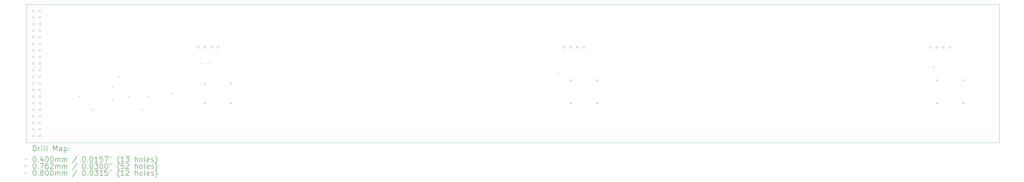
<source format=gbr>
%TF.GenerationSoftware,KiCad,Pcbnew,(6.0.10)*%
%TF.CreationDate,2023-10-31T07:55:02-04:00*%
%TF.ProjectId,iDLSchema,69444c53-6368-4656-9d61-2e6b69636164,0.3.2*%
%TF.SameCoordinates,Original*%
%TF.FileFunction,Drillmap*%
%TF.FilePolarity,Positive*%
%FSLAX45Y45*%
G04 Gerber Fmt 4.5, Leading zero omitted, Abs format (unit mm)*
G04 Created by KiCad (PCBNEW (6.0.10)) date 2023-10-31 07:55:02*
%MOMM*%
%LPD*%
G01*
G04 APERTURE LIST*
%ADD10C,0.100000*%
%ADD11C,0.200000*%
%ADD12C,0.040000*%
%ADD13C,0.076200*%
%ADD14C,0.080000*%
G04 APERTURE END LIST*
D10*
X3048000Y-4572000D02*
X40513000Y-4572000D01*
X40513000Y-4572000D02*
X40513000Y-9906000D01*
X40513000Y-9906000D02*
X3048000Y-9906000D01*
X3048000Y-9906000D02*
X3048000Y-4572000D01*
D11*
D12*
X5060000Y-8108000D02*
X5100000Y-8148000D01*
X5100000Y-8108000D02*
X5060000Y-8148000D01*
X5568000Y-8616000D02*
X5608000Y-8656000D01*
X5608000Y-8616000D02*
X5568000Y-8656000D01*
X6330000Y-7727000D02*
X6370000Y-7767000D01*
X6370000Y-7727000D02*
X6330000Y-7767000D01*
X6330000Y-8235000D02*
X6370000Y-8275000D01*
X6370000Y-8235000D02*
X6330000Y-8275000D01*
X6584000Y-7346000D02*
X6624000Y-7386000D01*
X6624000Y-7346000D02*
X6584000Y-7386000D01*
X6965000Y-8108000D02*
X7005000Y-8148000D01*
X7005000Y-8108000D02*
X6965000Y-8148000D01*
X7473000Y-8616000D02*
X7513000Y-8656000D01*
X7513000Y-8616000D02*
X7473000Y-8656000D01*
X7727000Y-8108000D02*
X7767000Y-8148000D01*
X7767000Y-8108000D02*
X7727000Y-8148000D01*
X8616000Y-7981000D02*
X8656000Y-8021000D01*
X8656000Y-7981000D02*
X8616000Y-8021000D01*
X9759000Y-6838000D02*
X9799000Y-6878000D01*
X9799000Y-6838000D02*
X9759000Y-6878000D01*
X10013000Y-6838000D02*
X10053000Y-6878000D01*
X10053000Y-6838000D02*
X10013000Y-6878000D01*
X23475000Y-7219000D02*
X23515000Y-7259000D01*
X23515000Y-7219000D02*
X23475000Y-7259000D01*
X37953000Y-6965000D02*
X37993000Y-7005000D01*
X37993000Y-6965000D02*
X37953000Y-7005000D01*
D13*
X3340100Y-4826000D02*
G75*
G03*
X3340100Y-4826000I-38100J0D01*
G01*
X3340100Y-5080000D02*
G75*
G03*
X3340100Y-5080000I-38100J0D01*
G01*
X3340100Y-5334000D02*
G75*
G03*
X3340100Y-5334000I-38100J0D01*
G01*
X3340100Y-5588000D02*
G75*
G03*
X3340100Y-5588000I-38100J0D01*
G01*
X3340100Y-5842000D02*
G75*
G03*
X3340100Y-5842000I-38100J0D01*
G01*
X3340100Y-6096000D02*
G75*
G03*
X3340100Y-6096000I-38100J0D01*
G01*
X3340100Y-6350000D02*
G75*
G03*
X3340100Y-6350000I-38100J0D01*
G01*
X3340100Y-6604000D02*
G75*
G03*
X3340100Y-6604000I-38100J0D01*
G01*
X3340100Y-6858000D02*
G75*
G03*
X3340100Y-6858000I-38100J0D01*
G01*
X3340100Y-7112000D02*
G75*
G03*
X3340100Y-7112000I-38100J0D01*
G01*
X3340100Y-7366000D02*
G75*
G03*
X3340100Y-7366000I-38100J0D01*
G01*
X3340100Y-7620000D02*
G75*
G03*
X3340100Y-7620000I-38100J0D01*
G01*
X3340100Y-7874000D02*
G75*
G03*
X3340100Y-7874000I-38100J0D01*
G01*
X3340100Y-8128000D02*
G75*
G03*
X3340100Y-8128000I-38100J0D01*
G01*
X3340100Y-8382000D02*
G75*
G03*
X3340100Y-8382000I-38100J0D01*
G01*
X3340100Y-8636000D02*
G75*
G03*
X3340100Y-8636000I-38100J0D01*
G01*
X3340100Y-8890000D02*
G75*
G03*
X3340100Y-8890000I-38100J0D01*
G01*
X3340100Y-9144000D02*
G75*
G03*
X3340100Y-9144000I-38100J0D01*
G01*
X3340100Y-9398000D02*
G75*
G03*
X3340100Y-9398000I-38100J0D01*
G01*
X3340100Y-9652000D02*
G75*
G03*
X3340100Y-9652000I-38100J0D01*
G01*
X3594100Y-4826000D02*
G75*
G03*
X3594100Y-4826000I-38100J0D01*
G01*
X3594100Y-5080000D02*
G75*
G03*
X3594100Y-5080000I-38100J0D01*
G01*
X3594100Y-5334000D02*
G75*
G03*
X3594100Y-5334000I-38100J0D01*
G01*
X3594100Y-5588000D02*
G75*
G03*
X3594100Y-5588000I-38100J0D01*
G01*
X3594100Y-5842000D02*
G75*
G03*
X3594100Y-5842000I-38100J0D01*
G01*
X3594100Y-6096000D02*
G75*
G03*
X3594100Y-6096000I-38100J0D01*
G01*
X3594100Y-6350000D02*
G75*
G03*
X3594100Y-6350000I-38100J0D01*
G01*
X3594100Y-6604000D02*
G75*
G03*
X3594100Y-6604000I-38100J0D01*
G01*
X3594100Y-6858000D02*
G75*
G03*
X3594100Y-6858000I-38100J0D01*
G01*
X3594100Y-7112000D02*
G75*
G03*
X3594100Y-7112000I-38100J0D01*
G01*
X3594100Y-7366000D02*
G75*
G03*
X3594100Y-7366000I-38100J0D01*
G01*
X3594100Y-7620000D02*
G75*
G03*
X3594100Y-7620000I-38100J0D01*
G01*
X3594100Y-7874000D02*
G75*
G03*
X3594100Y-7874000I-38100J0D01*
G01*
X3594100Y-8128000D02*
G75*
G03*
X3594100Y-8128000I-38100J0D01*
G01*
X3594100Y-8382000D02*
G75*
G03*
X3594100Y-8382000I-38100J0D01*
G01*
X3594100Y-8636000D02*
G75*
G03*
X3594100Y-8636000I-38100J0D01*
G01*
X3594100Y-8890000D02*
G75*
G03*
X3594100Y-8890000I-38100J0D01*
G01*
X3594100Y-9144000D02*
G75*
G03*
X3594100Y-9144000I-38100J0D01*
G01*
X3594100Y-9398000D02*
G75*
G03*
X3594100Y-9398000I-38100J0D01*
G01*
X3594100Y-9652000D02*
G75*
G03*
X3594100Y-9652000I-38100J0D01*
G01*
X9690100Y-6226100D02*
G75*
G03*
X9690100Y-6226100I-38100J0D01*
G01*
X9944100Y-6226100D02*
G75*
G03*
X9944100Y-6226100I-38100J0D01*
G01*
X10198100Y-6226100D02*
G75*
G03*
X10198100Y-6226100I-38100J0D01*
G01*
X10452100Y-6226100D02*
G75*
G03*
X10452100Y-6226100I-38100J0D01*
G01*
X23787100Y-6226100D02*
G75*
G03*
X23787100Y-6226100I-38100J0D01*
G01*
X24041100Y-6226100D02*
G75*
G03*
X24041100Y-6226100I-38100J0D01*
G01*
X24295100Y-6226100D02*
G75*
G03*
X24295100Y-6226100I-38100J0D01*
G01*
X24549100Y-6226100D02*
G75*
G03*
X24549100Y-6226100I-38100J0D01*
G01*
X37884100Y-6226100D02*
G75*
G03*
X37884100Y-6226100I-38100J0D01*
G01*
X38138100Y-6226100D02*
G75*
G03*
X38138100Y-6226100I-38100J0D01*
G01*
X38392100Y-6226100D02*
G75*
G03*
X38392100Y-6226100I-38100J0D01*
G01*
X38646100Y-6226100D02*
G75*
G03*
X38646100Y-6226100I-38100J0D01*
G01*
D14*
X9906000Y-7580000D02*
X9906000Y-7660000D01*
X9866000Y-7620000D02*
X9946000Y-7620000D01*
X9906000Y-8342000D02*
X9906000Y-8422000D01*
X9866000Y-8382000D02*
X9946000Y-8382000D01*
X10922000Y-7580000D02*
X10922000Y-7660000D01*
X10882000Y-7620000D02*
X10962000Y-7620000D01*
X10922000Y-8342000D02*
X10922000Y-8422000D01*
X10882000Y-8382000D02*
X10962000Y-8382000D01*
X24003000Y-7453000D02*
X24003000Y-7533000D01*
X23963000Y-7493000D02*
X24043000Y-7493000D01*
X24003000Y-8342000D02*
X24003000Y-8422000D01*
X23963000Y-8382000D02*
X24043000Y-8382000D01*
X25019000Y-7453000D02*
X25019000Y-7533000D01*
X24979000Y-7493000D02*
X25059000Y-7493000D01*
X25019000Y-8342000D02*
X25019000Y-8422000D01*
X24979000Y-8382000D02*
X25059000Y-8382000D01*
X38100000Y-7455000D02*
X38100000Y-7535000D01*
X38060000Y-7495000D02*
X38140000Y-7495000D01*
X38100000Y-8342000D02*
X38100000Y-8422000D01*
X38060000Y-8382000D02*
X38140000Y-8382000D01*
X39116000Y-7455000D02*
X39116000Y-7535000D01*
X39076000Y-7495000D02*
X39156000Y-7495000D01*
X39116000Y-8342000D02*
X39116000Y-8422000D01*
X39076000Y-8382000D02*
X39156000Y-8382000D01*
D11*
X3300619Y-10221476D02*
X3300619Y-10021476D01*
X3348238Y-10021476D01*
X3376809Y-10031000D01*
X3395857Y-10050048D01*
X3405381Y-10069095D01*
X3414905Y-10107190D01*
X3414905Y-10135762D01*
X3405381Y-10173857D01*
X3395857Y-10192905D01*
X3376809Y-10211952D01*
X3348238Y-10221476D01*
X3300619Y-10221476D01*
X3500619Y-10221476D02*
X3500619Y-10088143D01*
X3500619Y-10126238D02*
X3510143Y-10107190D01*
X3519667Y-10097667D01*
X3538714Y-10088143D01*
X3557762Y-10088143D01*
X3624428Y-10221476D02*
X3624428Y-10088143D01*
X3624428Y-10021476D02*
X3614905Y-10031000D01*
X3624428Y-10040524D01*
X3633952Y-10031000D01*
X3624428Y-10021476D01*
X3624428Y-10040524D01*
X3748238Y-10221476D02*
X3729190Y-10211952D01*
X3719667Y-10192905D01*
X3719667Y-10021476D01*
X3853000Y-10221476D02*
X3833952Y-10211952D01*
X3824428Y-10192905D01*
X3824428Y-10021476D01*
X4081571Y-10221476D02*
X4081571Y-10021476D01*
X4148238Y-10164333D01*
X4214905Y-10021476D01*
X4214905Y-10221476D01*
X4395857Y-10221476D02*
X4395857Y-10116714D01*
X4386333Y-10097667D01*
X4367286Y-10088143D01*
X4329190Y-10088143D01*
X4310143Y-10097667D01*
X4395857Y-10211952D02*
X4376810Y-10221476D01*
X4329190Y-10221476D01*
X4310143Y-10211952D01*
X4300619Y-10192905D01*
X4300619Y-10173857D01*
X4310143Y-10154810D01*
X4329190Y-10145286D01*
X4376810Y-10145286D01*
X4395857Y-10135762D01*
X4491095Y-10088143D02*
X4491095Y-10288143D01*
X4491095Y-10097667D02*
X4510143Y-10088143D01*
X4548238Y-10088143D01*
X4567286Y-10097667D01*
X4576810Y-10107190D01*
X4586333Y-10126238D01*
X4586333Y-10183381D01*
X4576810Y-10202429D01*
X4567286Y-10211952D01*
X4548238Y-10221476D01*
X4510143Y-10221476D01*
X4491095Y-10211952D01*
X4672048Y-10202429D02*
X4681571Y-10211952D01*
X4672048Y-10221476D01*
X4662524Y-10211952D01*
X4672048Y-10202429D01*
X4672048Y-10221476D01*
X4672048Y-10097667D02*
X4681571Y-10107190D01*
X4672048Y-10116714D01*
X4662524Y-10107190D01*
X4672048Y-10097667D01*
X4672048Y-10116714D01*
D12*
X3003000Y-10531000D02*
X3043000Y-10571000D01*
X3043000Y-10531000D02*
X3003000Y-10571000D01*
D11*
X3338714Y-10441476D02*
X3357762Y-10441476D01*
X3376809Y-10451000D01*
X3386333Y-10460524D01*
X3395857Y-10479571D01*
X3405381Y-10517667D01*
X3405381Y-10565286D01*
X3395857Y-10603381D01*
X3386333Y-10622429D01*
X3376809Y-10631952D01*
X3357762Y-10641476D01*
X3338714Y-10641476D01*
X3319667Y-10631952D01*
X3310143Y-10622429D01*
X3300619Y-10603381D01*
X3291095Y-10565286D01*
X3291095Y-10517667D01*
X3300619Y-10479571D01*
X3310143Y-10460524D01*
X3319667Y-10451000D01*
X3338714Y-10441476D01*
X3491095Y-10622429D02*
X3500619Y-10631952D01*
X3491095Y-10641476D01*
X3481571Y-10631952D01*
X3491095Y-10622429D01*
X3491095Y-10641476D01*
X3672048Y-10508143D02*
X3672048Y-10641476D01*
X3624428Y-10431952D02*
X3576809Y-10574810D01*
X3700619Y-10574810D01*
X3814905Y-10441476D02*
X3833952Y-10441476D01*
X3853000Y-10451000D01*
X3862524Y-10460524D01*
X3872048Y-10479571D01*
X3881571Y-10517667D01*
X3881571Y-10565286D01*
X3872048Y-10603381D01*
X3862524Y-10622429D01*
X3853000Y-10631952D01*
X3833952Y-10641476D01*
X3814905Y-10641476D01*
X3795857Y-10631952D01*
X3786333Y-10622429D01*
X3776809Y-10603381D01*
X3767286Y-10565286D01*
X3767286Y-10517667D01*
X3776809Y-10479571D01*
X3786333Y-10460524D01*
X3795857Y-10451000D01*
X3814905Y-10441476D01*
X4005381Y-10441476D02*
X4024428Y-10441476D01*
X4043476Y-10451000D01*
X4053000Y-10460524D01*
X4062524Y-10479571D01*
X4072048Y-10517667D01*
X4072048Y-10565286D01*
X4062524Y-10603381D01*
X4053000Y-10622429D01*
X4043476Y-10631952D01*
X4024428Y-10641476D01*
X4005381Y-10641476D01*
X3986333Y-10631952D01*
X3976809Y-10622429D01*
X3967286Y-10603381D01*
X3957762Y-10565286D01*
X3957762Y-10517667D01*
X3967286Y-10479571D01*
X3976809Y-10460524D01*
X3986333Y-10451000D01*
X4005381Y-10441476D01*
X4157762Y-10641476D02*
X4157762Y-10508143D01*
X4157762Y-10527190D02*
X4167286Y-10517667D01*
X4186333Y-10508143D01*
X4214905Y-10508143D01*
X4233952Y-10517667D01*
X4243476Y-10536714D01*
X4243476Y-10641476D01*
X4243476Y-10536714D02*
X4253000Y-10517667D01*
X4272048Y-10508143D01*
X4300619Y-10508143D01*
X4319667Y-10517667D01*
X4329190Y-10536714D01*
X4329190Y-10641476D01*
X4424429Y-10641476D02*
X4424429Y-10508143D01*
X4424429Y-10527190D02*
X4433952Y-10517667D01*
X4453000Y-10508143D01*
X4481571Y-10508143D01*
X4500619Y-10517667D01*
X4510143Y-10536714D01*
X4510143Y-10641476D01*
X4510143Y-10536714D02*
X4519667Y-10517667D01*
X4538714Y-10508143D01*
X4567286Y-10508143D01*
X4586333Y-10517667D01*
X4595857Y-10536714D01*
X4595857Y-10641476D01*
X4986333Y-10431952D02*
X4814905Y-10689095D01*
X5243476Y-10441476D02*
X5262524Y-10441476D01*
X5281571Y-10451000D01*
X5291095Y-10460524D01*
X5300619Y-10479571D01*
X5310143Y-10517667D01*
X5310143Y-10565286D01*
X5300619Y-10603381D01*
X5291095Y-10622429D01*
X5281571Y-10631952D01*
X5262524Y-10641476D01*
X5243476Y-10641476D01*
X5224429Y-10631952D01*
X5214905Y-10622429D01*
X5205381Y-10603381D01*
X5195857Y-10565286D01*
X5195857Y-10517667D01*
X5205381Y-10479571D01*
X5214905Y-10460524D01*
X5224429Y-10451000D01*
X5243476Y-10441476D01*
X5395857Y-10622429D02*
X5405381Y-10631952D01*
X5395857Y-10641476D01*
X5386333Y-10631952D01*
X5395857Y-10622429D01*
X5395857Y-10641476D01*
X5529190Y-10441476D02*
X5548238Y-10441476D01*
X5567286Y-10451000D01*
X5576810Y-10460524D01*
X5586333Y-10479571D01*
X5595857Y-10517667D01*
X5595857Y-10565286D01*
X5586333Y-10603381D01*
X5576810Y-10622429D01*
X5567286Y-10631952D01*
X5548238Y-10641476D01*
X5529190Y-10641476D01*
X5510143Y-10631952D01*
X5500619Y-10622429D01*
X5491095Y-10603381D01*
X5481571Y-10565286D01*
X5481571Y-10517667D01*
X5491095Y-10479571D01*
X5500619Y-10460524D01*
X5510143Y-10451000D01*
X5529190Y-10441476D01*
X5786333Y-10641476D02*
X5672048Y-10641476D01*
X5729190Y-10641476D02*
X5729190Y-10441476D01*
X5710143Y-10470048D01*
X5691095Y-10489095D01*
X5672048Y-10498619D01*
X5967286Y-10441476D02*
X5872048Y-10441476D01*
X5862524Y-10536714D01*
X5872048Y-10527190D01*
X5891095Y-10517667D01*
X5938714Y-10517667D01*
X5957762Y-10527190D01*
X5967286Y-10536714D01*
X5976809Y-10555762D01*
X5976809Y-10603381D01*
X5967286Y-10622429D01*
X5957762Y-10631952D01*
X5938714Y-10641476D01*
X5891095Y-10641476D01*
X5872048Y-10631952D01*
X5862524Y-10622429D01*
X6043476Y-10441476D02*
X6176809Y-10441476D01*
X6091095Y-10641476D01*
X6243476Y-10441476D02*
X6243476Y-10479571D01*
X6319667Y-10441476D02*
X6319667Y-10479571D01*
X6614905Y-10717667D02*
X6605381Y-10708143D01*
X6586333Y-10679571D01*
X6576809Y-10660524D01*
X6567286Y-10631952D01*
X6557762Y-10584333D01*
X6557762Y-10546238D01*
X6567286Y-10498619D01*
X6576809Y-10470048D01*
X6586333Y-10451000D01*
X6605381Y-10422429D01*
X6614905Y-10412905D01*
X6795857Y-10641476D02*
X6681571Y-10641476D01*
X6738714Y-10641476D02*
X6738714Y-10441476D01*
X6719667Y-10470048D01*
X6700619Y-10489095D01*
X6681571Y-10498619D01*
X6862524Y-10441476D02*
X6986333Y-10441476D01*
X6919667Y-10517667D01*
X6948238Y-10517667D01*
X6967286Y-10527190D01*
X6976809Y-10536714D01*
X6986333Y-10555762D01*
X6986333Y-10603381D01*
X6976809Y-10622429D01*
X6967286Y-10631952D01*
X6948238Y-10641476D01*
X6891095Y-10641476D01*
X6872048Y-10631952D01*
X6862524Y-10622429D01*
X7224428Y-10641476D02*
X7224428Y-10441476D01*
X7310143Y-10641476D02*
X7310143Y-10536714D01*
X7300619Y-10517667D01*
X7281571Y-10508143D01*
X7253000Y-10508143D01*
X7233952Y-10517667D01*
X7224428Y-10527190D01*
X7433952Y-10641476D02*
X7414905Y-10631952D01*
X7405381Y-10622429D01*
X7395857Y-10603381D01*
X7395857Y-10546238D01*
X7405381Y-10527190D01*
X7414905Y-10517667D01*
X7433952Y-10508143D01*
X7462524Y-10508143D01*
X7481571Y-10517667D01*
X7491095Y-10527190D01*
X7500619Y-10546238D01*
X7500619Y-10603381D01*
X7491095Y-10622429D01*
X7481571Y-10631952D01*
X7462524Y-10641476D01*
X7433952Y-10641476D01*
X7614905Y-10641476D02*
X7595857Y-10631952D01*
X7586333Y-10612905D01*
X7586333Y-10441476D01*
X7767286Y-10631952D02*
X7748238Y-10641476D01*
X7710143Y-10641476D01*
X7691095Y-10631952D01*
X7681571Y-10612905D01*
X7681571Y-10536714D01*
X7691095Y-10517667D01*
X7710143Y-10508143D01*
X7748238Y-10508143D01*
X7767286Y-10517667D01*
X7776809Y-10536714D01*
X7776809Y-10555762D01*
X7681571Y-10574810D01*
X7853000Y-10631952D02*
X7872048Y-10641476D01*
X7910143Y-10641476D01*
X7929190Y-10631952D01*
X7938714Y-10612905D01*
X7938714Y-10603381D01*
X7929190Y-10584333D01*
X7910143Y-10574810D01*
X7881571Y-10574810D01*
X7862524Y-10565286D01*
X7853000Y-10546238D01*
X7853000Y-10536714D01*
X7862524Y-10517667D01*
X7881571Y-10508143D01*
X7910143Y-10508143D01*
X7929190Y-10517667D01*
X8005381Y-10717667D02*
X8014905Y-10708143D01*
X8033952Y-10679571D01*
X8043476Y-10660524D01*
X8053000Y-10631952D01*
X8062524Y-10584333D01*
X8062524Y-10546238D01*
X8053000Y-10498619D01*
X8043476Y-10470048D01*
X8033952Y-10451000D01*
X8014905Y-10422429D01*
X8005381Y-10412905D01*
D13*
X3043000Y-10815000D02*
G75*
G03*
X3043000Y-10815000I-38100J0D01*
G01*
D11*
X3338714Y-10705476D02*
X3357762Y-10705476D01*
X3376809Y-10715000D01*
X3386333Y-10724524D01*
X3395857Y-10743571D01*
X3405381Y-10781667D01*
X3405381Y-10829286D01*
X3395857Y-10867381D01*
X3386333Y-10886429D01*
X3376809Y-10895952D01*
X3357762Y-10905476D01*
X3338714Y-10905476D01*
X3319667Y-10895952D01*
X3310143Y-10886429D01*
X3300619Y-10867381D01*
X3291095Y-10829286D01*
X3291095Y-10781667D01*
X3300619Y-10743571D01*
X3310143Y-10724524D01*
X3319667Y-10715000D01*
X3338714Y-10705476D01*
X3491095Y-10886429D02*
X3500619Y-10895952D01*
X3491095Y-10905476D01*
X3481571Y-10895952D01*
X3491095Y-10886429D01*
X3491095Y-10905476D01*
X3567286Y-10705476D02*
X3700619Y-10705476D01*
X3614905Y-10905476D01*
X3862524Y-10705476D02*
X3824428Y-10705476D01*
X3805381Y-10715000D01*
X3795857Y-10724524D01*
X3776809Y-10753095D01*
X3767286Y-10791190D01*
X3767286Y-10867381D01*
X3776809Y-10886429D01*
X3786333Y-10895952D01*
X3805381Y-10905476D01*
X3843476Y-10905476D01*
X3862524Y-10895952D01*
X3872048Y-10886429D01*
X3881571Y-10867381D01*
X3881571Y-10819762D01*
X3872048Y-10800714D01*
X3862524Y-10791190D01*
X3843476Y-10781667D01*
X3805381Y-10781667D01*
X3786333Y-10791190D01*
X3776809Y-10800714D01*
X3767286Y-10819762D01*
X3957762Y-10724524D02*
X3967286Y-10715000D01*
X3986333Y-10705476D01*
X4033952Y-10705476D01*
X4053000Y-10715000D01*
X4062524Y-10724524D01*
X4072048Y-10743571D01*
X4072048Y-10762619D01*
X4062524Y-10791190D01*
X3948238Y-10905476D01*
X4072048Y-10905476D01*
X4157762Y-10905476D02*
X4157762Y-10772143D01*
X4157762Y-10791190D02*
X4167286Y-10781667D01*
X4186333Y-10772143D01*
X4214905Y-10772143D01*
X4233952Y-10781667D01*
X4243476Y-10800714D01*
X4243476Y-10905476D01*
X4243476Y-10800714D02*
X4253000Y-10781667D01*
X4272048Y-10772143D01*
X4300619Y-10772143D01*
X4319667Y-10781667D01*
X4329190Y-10800714D01*
X4329190Y-10905476D01*
X4424429Y-10905476D02*
X4424429Y-10772143D01*
X4424429Y-10791190D02*
X4433952Y-10781667D01*
X4453000Y-10772143D01*
X4481571Y-10772143D01*
X4500619Y-10781667D01*
X4510143Y-10800714D01*
X4510143Y-10905476D01*
X4510143Y-10800714D02*
X4519667Y-10781667D01*
X4538714Y-10772143D01*
X4567286Y-10772143D01*
X4586333Y-10781667D01*
X4595857Y-10800714D01*
X4595857Y-10905476D01*
X4986333Y-10695952D02*
X4814905Y-10953095D01*
X5243476Y-10705476D02*
X5262524Y-10705476D01*
X5281571Y-10715000D01*
X5291095Y-10724524D01*
X5300619Y-10743571D01*
X5310143Y-10781667D01*
X5310143Y-10829286D01*
X5300619Y-10867381D01*
X5291095Y-10886429D01*
X5281571Y-10895952D01*
X5262524Y-10905476D01*
X5243476Y-10905476D01*
X5224429Y-10895952D01*
X5214905Y-10886429D01*
X5205381Y-10867381D01*
X5195857Y-10829286D01*
X5195857Y-10781667D01*
X5205381Y-10743571D01*
X5214905Y-10724524D01*
X5224429Y-10715000D01*
X5243476Y-10705476D01*
X5395857Y-10886429D02*
X5405381Y-10895952D01*
X5395857Y-10905476D01*
X5386333Y-10895952D01*
X5395857Y-10886429D01*
X5395857Y-10905476D01*
X5529190Y-10705476D02*
X5548238Y-10705476D01*
X5567286Y-10715000D01*
X5576810Y-10724524D01*
X5586333Y-10743571D01*
X5595857Y-10781667D01*
X5595857Y-10829286D01*
X5586333Y-10867381D01*
X5576810Y-10886429D01*
X5567286Y-10895952D01*
X5548238Y-10905476D01*
X5529190Y-10905476D01*
X5510143Y-10895952D01*
X5500619Y-10886429D01*
X5491095Y-10867381D01*
X5481571Y-10829286D01*
X5481571Y-10781667D01*
X5491095Y-10743571D01*
X5500619Y-10724524D01*
X5510143Y-10715000D01*
X5529190Y-10705476D01*
X5662524Y-10705476D02*
X5786333Y-10705476D01*
X5719667Y-10781667D01*
X5748238Y-10781667D01*
X5767286Y-10791190D01*
X5776809Y-10800714D01*
X5786333Y-10819762D01*
X5786333Y-10867381D01*
X5776809Y-10886429D01*
X5767286Y-10895952D01*
X5748238Y-10905476D01*
X5691095Y-10905476D01*
X5672048Y-10895952D01*
X5662524Y-10886429D01*
X5910143Y-10705476D02*
X5929190Y-10705476D01*
X5948238Y-10715000D01*
X5957762Y-10724524D01*
X5967286Y-10743571D01*
X5976809Y-10781667D01*
X5976809Y-10829286D01*
X5967286Y-10867381D01*
X5957762Y-10886429D01*
X5948238Y-10895952D01*
X5929190Y-10905476D01*
X5910143Y-10905476D01*
X5891095Y-10895952D01*
X5881571Y-10886429D01*
X5872048Y-10867381D01*
X5862524Y-10829286D01*
X5862524Y-10781667D01*
X5872048Y-10743571D01*
X5881571Y-10724524D01*
X5891095Y-10715000D01*
X5910143Y-10705476D01*
X6100619Y-10705476D02*
X6119667Y-10705476D01*
X6138714Y-10715000D01*
X6148238Y-10724524D01*
X6157762Y-10743571D01*
X6167286Y-10781667D01*
X6167286Y-10829286D01*
X6157762Y-10867381D01*
X6148238Y-10886429D01*
X6138714Y-10895952D01*
X6119667Y-10905476D01*
X6100619Y-10905476D01*
X6081571Y-10895952D01*
X6072048Y-10886429D01*
X6062524Y-10867381D01*
X6053000Y-10829286D01*
X6053000Y-10781667D01*
X6062524Y-10743571D01*
X6072048Y-10724524D01*
X6081571Y-10715000D01*
X6100619Y-10705476D01*
X6243476Y-10705476D02*
X6243476Y-10743571D01*
X6319667Y-10705476D02*
X6319667Y-10743571D01*
X6614905Y-10981667D02*
X6605381Y-10972143D01*
X6586333Y-10943571D01*
X6576809Y-10924524D01*
X6567286Y-10895952D01*
X6557762Y-10848333D01*
X6557762Y-10810238D01*
X6567286Y-10762619D01*
X6576809Y-10734048D01*
X6586333Y-10715000D01*
X6605381Y-10686429D01*
X6614905Y-10676905D01*
X6786333Y-10705476D02*
X6691095Y-10705476D01*
X6681571Y-10800714D01*
X6691095Y-10791190D01*
X6710143Y-10781667D01*
X6757762Y-10781667D01*
X6776809Y-10791190D01*
X6786333Y-10800714D01*
X6795857Y-10819762D01*
X6795857Y-10867381D01*
X6786333Y-10886429D01*
X6776809Y-10895952D01*
X6757762Y-10905476D01*
X6710143Y-10905476D01*
X6691095Y-10895952D01*
X6681571Y-10886429D01*
X6872048Y-10724524D02*
X6881571Y-10715000D01*
X6900619Y-10705476D01*
X6948238Y-10705476D01*
X6967286Y-10715000D01*
X6976809Y-10724524D01*
X6986333Y-10743571D01*
X6986333Y-10762619D01*
X6976809Y-10791190D01*
X6862524Y-10905476D01*
X6986333Y-10905476D01*
X7224428Y-10905476D02*
X7224428Y-10705476D01*
X7310143Y-10905476D02*
X7310143Y-10800714D01*
X7300619Y-10781667D01*
X7281571Y-10772143D01*
X7253000Y-10772143D01*
X7233952Y-10781667D01*
X7224428Y-10791190D01*
X7433952Y-10905476D02*
X7414905Y-10895952D01*
X7405381Y-10886429D01*
X7395857Y-10867381D01*
X7395857Y-10810238D01*
X7405381Y-10791190D01*
X7414905Y-10781667D01*
X7433952Y-10772143D01*
X7462524Y-10772143D01*
X7481571Y-10781667D01*
X7491095Y-10791190D01*
X7500619Y-10810238D01*
X7500619Y-10867381D01*
X7491095Y-10886429D01*
X7481571Y-10895952D01*
X7462524Y-10905476D01*
X7433952Y-10905476D01*
X7614905Y-10905476D02*
X7595857Y-10895952D01*
X7586333Y-10876905D01*
X7586333Y-10705476D01*
X7767286Y-10895952D02*
X7748238Y-10905476D01*
X7710143Y-10905476D01*
X7691095Y-10895952D01*
X7681571Y-10876905D01*
X7681571Y-10800714D01*
X7691095Y-10781667D01*
X7710143Y-10772143D01*
X7748238Y-10772143D01*
X7767286Y-10781667D01*
X7776809Y-10800714D01*
X7776809Y-10819762D01*
X7681571Y-10838810D01*
X7853000Y-10895952D02*
X7872048Y-10905476D01*
X7910143Y-10905476D01*
X7929190Y-10895952D01*
X7938714Y-10876905D01*
X7938714Y-10867381D01*
X7929190Y-10848333D01*
X7910143Y-10838810D01*
X7881571Y-10838810D01*
X7862524Y-10829286D01*
X7853000Y-10810238D01*
X7853000Y-10800714D01*
X7862524Y-10781667D01*
X7881571Y-10772143D01*
X7910143Y-10772143D01*
X7929190Y-10781667D01*
X8005381Y-10981667D02*
X8014905Y-10972143D01*
X8033952Y-10943571D01*
X8043476Y-10924524D01*
X8053000Y-10895952D01*
X8062524Y-10848333D01*
X8062524Y-10810238D01*
X8053000Y-10762619D01*
X8043476Y-10734048D01*
X8033952Y-10715000D01*
X8014905Y-10686429D01*
X8005381Y-10676905D01*
D14*
X3003000Y-11039000D02*
X3003000Y-11119000D01*
X2963000Y-11079000D02*
X3043000Y-11079000D01*
D11*
X3338714Y-10969476D02*
X3357762Y-10969476D01*
X3376809Y-10979000D01*
X3386333Y-10988524D01*
X3395857Y-11007571D01*
X3405381Y-11045667D01*
X3405381Y-11093286D01*
X3395857Y-11131381D01*
X3386333Y-11150429D01*
X3376809Y-11159952D01*
X3357762Y-11169476D01*
X3338714Y-11169476D01*
X3319667Y-11159952D01*
X3310143Y-11150429D01*
X3300619Y-11131381D01*
X3291095Y-11093286D01*
X3291095Y-11045667D01*
X3300619Y-11007571D01*
X3310143Y-10988524D01*
X3319667Y-10979000D01*
X3338714Y-10969476D01*
X3491095Y-11150429D02*
X3500619Y-11159952D01*
X3491095Y-11169476D01*
X3481571Y-11159952D01*
X3491095Y-11150429D01*
X3491095Y-11169476D01*
X3614905Y-11055190D02*
X3595857Y-11045667D01*
X3586333Y-11036143D01*
X3576809Y-11017095D01*
X3576809Y-11007571D01*
X3586333Y-10988524D01*
X3595857Y-10979000D01*
X3614905Y-10969476D01*
X3653000Y-10969476D01*
X3672048Y-10979000D01*
X3681571Y-10988524D01*
X3691095Y-11007571D01*
X3691095Y-11017095D01*
X3681571Y-11036143D01*
X3672048Y-11045667D01*
X3653000Y-11055190D01*
X3614905Y-11055190D01*
X3595857Y-11064714D01*
X3586333Y-11074238D01*
X3576809Y-11093286D01*
X3576809Y-11131381D01*
X3586333Y-11150429D01*
X3595857Y-11159952D01*
X3614905Y-11169476D01*
X3653000Y-11169476D01*
X3672048Y-11159952D01*
X3681571Y-11150429D01*
X3691095Y-11131381D01*
X3691095Y-11093286D01*
X3681571Y-11074238D01*
X3672048Y-11064714D01*
X3653000Y-11055190D01*
X3814905Y-10969476D02*
X3833952Y-10969476D01*
X3853000Y-10979000D01*
X3862524Y-10988524D01*
X3872048Y-11007571D01*
X3881571Y-11045667D01*
X3881571Y-11093286D01*
X3872048Y-11131381D01*
X3862524Y-11150429D01*
X3853000Y-11159952D01*
X3833952Y-11169476D01*
X3814905Y-11169476D01*
X3795857Y-11159952D01*
X3786333Y-11150429D01*
X3776809Y-11131381D01*
X3767286Y-11093286D01*
X3767286Y-11045667D01*
X3776809Y-11007571D01*
X3786333Y-10988524D01*
X3795857Y-10979000D01*
X3814905Y-10969476D01*
X4005381Y-10969476D02*
X4024428Y-10969476D01*
X4043476Y-10979000D01*
X4053000Y-10988524D01*
X4062524Y-11007571D01*
X4072048Y-11045667D01*
X4072048Y-11093286D01*
X4062524Y-11131381D01*
X4053000Y-11150429D01*
X4043476Y-11159952D01*
X4024428Y-11169476D01*
X4005381Y-11169476D01*
X3986333Y-11159952D01*
X3976809Y-11150429D01*
X3967286Y-11131381D01*
X3957762Y-11093286D01*
X3957762Y-11045667D01*
X3967286Y-11007571D01*
X3976809Y-10988524D01*
X3986333Y-10979000D01*
X4005381Y-10969476D01*
X4157762Y-11169476D02*
X4157762Y-11036143D01*
X4157762Y-11055190D02*
X4167286Y-11045667D01*
X4186333Y-11036143D01*
X4214905Y-11036143D01*
X4233952Y-11045667D01*
X4243476Y-11064714D01*
X4243476Y-11169476D01*
X4243476Y-11064714D02*
X4253000Y-11045667D01*
X4272048Y-11036143D01*
X4300619Y-11036143D01*
X4319667Y-11045667D01*
X4329190Y-11064714D01*
X4329190Y-11169476D01*
X4424429Y-11169476D02*
X4424429Y-11036143D01*
X4424429Y-11055190D02*
X4433952Y-11045667D01*
X4453000Y-11036143D01*
X4481571Y-11036143D01*
X4500619Y-11045667D01*
X4510143Y-11064714D01*
X4510143Y-11169476D01*
X4510143Y-11064714D02*
X4519667Y-11045667D01*
X4538714Y-11036143D01*
X4567286Y-11036143D01*
X4586333Y-11045667D01*
X4595857Y-11064714D01*
X4595857Y-11169476D01*
X4986333Y-10959952D02*
X4814905Y-11217095D01*
X5243476Y-10969476D02*
X5262524Y-10969476D01*
X5281571Y-10979000D01*
X5291095Y-10988524D01*
X5300619Y-11007571D01*
X5310143Y-11045667D01*
X5310143Y-11093286D01*
X5300619Y-11131381D01*
X5291095Y-11150429D01*
X5281571Y-11159952D01*
X5262524Y-11169476D01*
X5243476Y-11169476D01*
X5224429Y-11159952D01*
X5214905Y-11150429D01*
X5205381Y-11131381D01*
X5195857Y-11093286D01*
X5195857Y-11045667D01*
X5205381Y-11007571D01*
X5214905Y-10988524D01*
X5224429Y-10979000D01*
X5243476Y-10969476D01*
X5395857Y-11150429D02*
X5405381Y-11159952D01*
X5395857Y-11169476D01*
X5386333Y-11159952D01*
X5395857Y-11150429D01*
X5395857Y-11169476D01*
X5529190Y-10969476D02*
X5548238Y-10969476D01*
X5567286Y-10979000D01*
X5576810Y-10988524D01*
X5586333Y-11007571D01*
X5595857Y-11045667D01*
X5595857Y-11093286D01*
X5586333Y-11131381D01*
X5576810Y-11150429D01*
X5567286Y-11159952D01*
X5548238Y-11169476D01*
X5529190Y-11169476D01*
X5510143Y-11159952D01*
X5500619Y-11150429D01*
X5491095Y-11131381D01*
X5481571Y-11093286D01*
X5481571Y-11045667D01*
X5491095Y-11007571D01*
X5500619Y-10988524D01*
X5510143Y-10979000D01*
X5529190Y-10969476D01*
X5662524Y-10969476D02*
X5786333Y-10969476D01*
X5719667Y-11045667D01*
X5748238Y-11045667D01*
X5767286Y-11055190D01*
X5776809Y-11064714D01*
X5786333Y-11083762D01*
X5786333Y-11131381D01*
X5776809Y-11150429D01*
X5767286Y-11159952D01*
X5748238Y-11169476D01*
X5691095Y-11169476D01*
X5672048Y-11159952D01*
X5662524Y-11150429D01*
X5976809Y-11169476D02*
X5862524Y-11169476D01*
X5919667Y-11169476D02*
X5919667Y-10969476D01*
X5900619Y-10998048D01*
X5881571Y-11017095D01*
X5862524Y-11026619D01*
X6157762Y-10969476D02*
X6062524Y-10969476D01*
X6053000Y-11064714D01*
X6062524Y-11055190D01*
X6081571Y-11045667D01*
X6129190Y-11045667D01*
X6148238Y-11055190D01*
X6157762Y-11064714D01*
X6167286Y-11083762D01*
X6167286Y-11131381D01*
X6157762Y-11150429D01*
X6148238Y-11159952D01*
X6129190Y-11169476D01*
X6081571Y-11169476D01*
X6062524Y-11159952D01*
X6053000Y-11150429D01*
X6243476Y-10969476D02*
X6243476Y-11007571D01*
X6319667Y-10969476D02*
X6319667Y-11007571D01*
X6614905Y-11245667D02*
X6605381Y-11236143D01*
X6586333Y-11207571D01*
X6576809Y-11188524D01*
X6567286Y-11159952D01*
X6557762Y-11112333D01*
X6557762Y-11074238D01*
X6567286Y-11026619D01*
X6576809Y-10998048D01*
X6586333Y-10979000D01*
X6605381Y-10950429D01*
X6614905Y-10940905D01*
X6795857Y-11169476D02*
X6681571Y-11169476D01*
X6738714Y-11169476D02*
X6738714Y-10969476D01*
X6719667Y-10998048D01*
X6700619Y-11017095D01*
X6681571Y-11026619D01*
X6872048Y-10988524D02*
X6881571Y-10979000D01*
X6900619Y-10969476D01*
X6948238Y-10969476D01*
X6967286Y-10979000D01*
X6976809Y-10988524D01*
X6986333Y-11007571D01*
X6986333Y-11026619D01*
X6976809Y-11055190D01*
X6862524Y-11169476D01*
X6986333Y-11169476D01*
X7224428Y-11169476D02*
X7224428Y-10969476D01*
X7310143Y-11169476D02*
X7310143Y-11064714D01*
X7300619Y-11045667D01*
X7281571Y-11036143D01*
X7253000Y-11036143D01*
X7233952Y-11045667D01*
X7224428Y-11055190D01*
X7433952Y-11169476D02*
X7414905Y-11159952D01*
X7405381Y-11150429D01*
X7395857Y-11131381D01*
X7395857Y-11074238D01*
X7405381Y-11055190D01*
X7414905Y-11045667D01*
X7433952Y-11036143D01*
X7462524Y-11036143D01*
X7481571Y-11045667D01*
X7491095Y-11055190D01*
X7500619Y-11074238D01*
X7500619Y-11131381D01*
X7491095Y-11150429D01*
X7481571Y-11159952D01*
X7462524Y-11169476D01*
X7433952Y-11169476D01*
X7614905Y-11169476D02*
X7595857Y-11159952D01*
X7586333Y-11140905D01*
X7586333Y-10969476D01*
X7767286Y-11159952D02*
X7748238Y-11169476D01*
X7710143Y-11169476D01*
X7691095Y-11159952D01*
X7681571Y-11140905D01*
X7681571Y-11064714D01*
X7691095Y-11045667D01*
X7710143Y-11036143D01*
X7748238Y-11036143D01*
X7767286Y-11045667D01*
X7776809Y-11064714D01*
X7776809Y-11083762D01*
X7681571Y-11102810D01*
X7853000Y-11159952D02*
X7872048Y-11169476D01*
X7910143Y-11169476D01*
X7929190Y-11159952D01*
X7938714Y-11140905D01*
X7938714Y-11131381D01*
X7929190Y-11112333D01*
X7910143Y-11102810D01*
X7881571Y-11102810D01*
X7862524Y-11093286D01*
X7853000Y-11074238D01*
X7853000Y-11064714D01*
X7862524Y-11045667D01*
X7881571Y-11036143D01*
X7910143Y-11036143D01*
X7929190Y-11045667D01*
X8005381Y-11245667D02*
X8014905Y-11236143D01*
X8033952Y-11207571D01*
X8043476Y-11188524D01*
X8053000Y-11159952D01*
X8062524Y-11112333D01*
X8062524Y-11074238D01*
X8053000Y-11026619D01*
X8043476Y-10998048D01*
X8033952Y-10979000D01*
X8014905Y-10950429D01*
X8005381Y-10940905D01*
M02*

</source>
